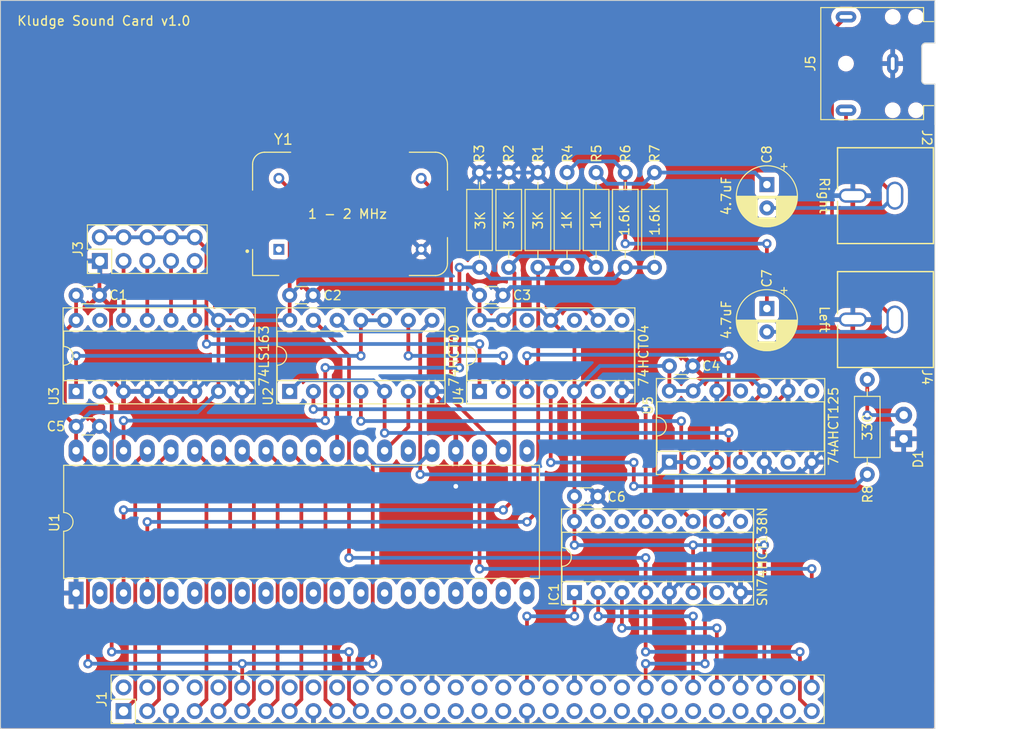
<source format=kicad_pcb>
(kicad_pcb (version 20240108) (generator "pcbnew") (generator_version "8.0")
  (layers (0 "F.Cu" signal) (31 "B.Cu" signal) (34 "B.Paste" user) (35 "F.Paste" user) (36 "B.SilkS" user "B.Silkscreen") (37 "F.SilkS" user "F.Silkscreen") (38 "B.Mask" user) (39 "F.Mask" user) (44 "Edge.Cuts" user))
  (net 0 "")
  (net 1 "VCC")
  (net 2 "GND")
  (net 3 "Net-(D1-A)")
  (net 7 "WR")
  (net 10 "IO_EN")
  (net 16 "SYSCLK")
  (net 18 "/D6")
  (net 19 "/D4")
  (net 22 "/D1")
  (net 25 "Net-(IC1-Y2)")
  (net 29 "/A0")
  (net 30 "/D2")
  (net 32 "/D7")
  (net 34 "~{WAIT}")
  (net 35 "/D3")
  (net 36 "/D5")
  (net 45 "/D0")
  (net 52 "~{RESET}")
  (net 54 "Net-(J2-In)")
  (net 59 "BDIR")
  (net 62 "Net-(U1-OUTA)")
  (net 74 "BC1")
  (net 75 "Net-(U1-OUTC)")
  (net 78 "Net-(U1-OUTB)")
  (net 82 "Net-(IC1-Y5)")
  (net 83 "Net-(U2-Pad12)")
  (net 84 "~{WAIT_COUNTER_RESET}")
  (net 85 "RD")
  (net 86 "Net-(U2-Pad9)")
  (net 88 "/4WS")
  (net 89 "/2WS")
  (net 90 "Net-(IC1-Y4)")
  (net 91 "/1WS")
  (net 92 "/8WS")
  (net 93 "Net-(J3-Pin_10)")
  (net 101 "SOUND_CLK")
  (net 102 "Net-(C7-Pad1)")
  (net 103 "Net-(J4-In)")
  (net 104 "Net-(C8-Pad1)")
  (net 105 "Net-(R8-Pad2)")
  (footprint "Z80 Parts:LED_D3.0mm" (layer "F.Cu") (at 196.675 118.95 90)
    (property "Reference" "D1")
    (property "Value" "LED")
  )
  (footprint "Package_DIP:DIP-14_W7.62mm_Socket" (layer "F.Cu") (at 171.595 121.445 90)
    (property "Reference" "U5")
    (property "Value" "74AHCT125")
  )
  (footprint "Z80 Parts:AY-3-8910" (layer "F.Cu") (at 118.265 128.035 90)
    (property "Reference" "U1")
    (property "Value" "AY-3-8910")
  )
  (footprint "Capacitor_THT:CP_Radial_D6.3mm_P2.50mm" (layer "F.Cu") (at 182.030379 91.722621 -90)
    (property "Reference" "C8")
    (property "Value" "4.7 uF")
  )
  (footprint "Z80 Parts:OSC_ECS-100AX-018" (layer "F.Cu") (at 137.414 94.855)
    (property "Reference" "Y1")
    (property "Value" "ECS-2100AX-200")
  )
  (footprint "Resistor_THT:R_Axial_DIN0207_L6.3mm_D2.5mm_P10.16mm_Horizontal" (layer "F.Cu") (at 166.875 100.591 90)
    (property "Reference" "R6")
    (property "Value" "1.6K")
  )
  (footprint "Package_DIP:DIP-14_W7.62mm_Socket" (layer "F.Cu") (at 130.955 113.875 90)
    (property "Reference" "U2")
    (property "Value" "74HCT00")
  )
  (footprint "Z80 Parts:RCJ-04X_CUD" (layer "F.Cu") (at 195.729 92.905 -90)
    (property "Reference" "J2")
    (property "Value" "Right Channel")
  )
  (footprint "Package_DIP:DIP-16_W7.62mm_Socket" (layer "F.Cu") (at 161.435 135.415 90)
    (property "Reference" "IC1")
    (property "Value" "SN74HCT138N")
  )
  (footprint "Resistor_THT:R_Axial_DIN0207_L6.3mm_D2.5mm_P10.16mm_Horizontal" (layer "F.Cu") (at 151.275 90.431 -90)
    (property "Reference" "R3")
    (property "Value" "3K")
  )
  (footprint "Capacitor_THT:C_Disc_D3.0mm_W1.6mm_P2.50mm" (layer "F.Cu") (at 151.275 103.57)
    (property "Reference" "C3")
    (property "Value" "100 nF")
  )
  (footprint "Capacitor_THT:CP_Radial_D6.3mm_P2.50mm" (layer "F.Cu") (at 182.030379 104.992621 -90)
    (property "Reference" "C7")
    (property "Value" "4.7 uF")
  )
  (footprint "Connector_PinHeader_2.54mm:PinHeader_2x30_P2.54mm_Vertical" (layer "F.Cu") (at 113.175 148.115 90)
    (property "Reference" "J1")
    (property "Value" "Conn1")
  )
  (footprint "Package_DIP:DIP-16_W7.62mm_Socket" (layer "F.Cu") (at 108.095 113.875 90)
    (property "Reference" "U3")
    (property "Value" "74LS163")
  )
  (footprint "Capacitor_THT:C_Disc_D3.0mm_W1.6mm_P2.50mm" (layer "F.Cu") (at 171.595 111.145)
    (property "Reference" "C4")
    (property "Value" "100 nF")
  )
  (footprint "Resistor_THT:R_Axial_DIN0207_L6.3mm_D2.5mm_P10.16mm_Horizontal" (layer "F.Cu") (at 192.775 112.595 -90)
    (property "Reference" "R8")
    (property "Value" "330")
  )
  (footprint "Resistor_THT:R_Axial_DIN0207_L6.3mm_D2.5mm_P10.16mm_Horizontal" (layer "F.Cu") (at 157.525 90.431 -90)
    (property "Reference" "R1")
    (property "Value" "3K")
  )
  (footprint "Capacitor_THT:C_Disc_D3.0mm_W1.6mm_P2.50mm" (layer "F.Cu") (at 161.435 125.12)
    (property "Reference" "C6")
    (property "Value" "100 nF")
  )
  (footprint "Connector_PinHeader_2.54mm:PinHeader_2x05_P2.54mm_Vertical" (layer "F.Cu") (at 110.635 99.905 90)
    (property "Reference" "J3")
    (property "Value" "~{WAIT} State Select")
  )
  (footprint "Package_DIP:DIP-14_W7.62mm_Socket" (layer "F.Cu") (at 151.275 113.875 90)
    (property "Reference" "U4")
    (property "Value" "74HCT04")
  )
  (footprint "Z80 Parts:RCJ-04X_CUD" (layer "F.Cu") (at 195.729 106.175 -90)
    (property "Reference" "J4")
    (property "Value" "Left Channel")
  )
  (footprint "Capacitor_THT:C_Disc_D3.0mm_W1.6mm_P2.50mm" (layer "F.Cu") (at 130.955 103.57)
    (property "Reference" "C2")
    (property "Value" "100 nF")
  )
  (footprint "Resistor_THT:R_Axial_DIN0207_L6.3mm_D2.5mm_P10.16mm_Horizontal" (layer "F.Cu") (at 154.4 90.431 -90)
    (property "Reference" "R2")
    (property "Value" "3K")
  )
  (footprint "Capacitor_THT:C_Disc_D3.0mm_W1.6mm_P2.50mm" (layer "F.Cu") (at 108.095 103.57)
    (property "Reference" "C1")
    (property "Value" "100 nF")
  )
  (footprint "Z80 Parts:Jack_3.5mm_CUI_SJ1-3523N_Horizontal" (layer "F.Cu") (at 195.5 78.76 90)
    (property "Reference" "J5")
    (property "Value" "AudioJack3")
    (fp_line (start 1.8 3.1) (end -1.8 3.1) (stroke (width 0.12)) (layer "Edge.Cuts"))
    (fp_line (start 2.2 3.5) (end 2.2 4.5) (stroke (width 0.12)) (layer "Edge.Cuts"))
    (fp_line (start -2.2 3.5) (end -2.2 4.5) (stroke (width 0.12)) (layer "Edge.Cuts"))
    (fp_line (start 2.2 4.5) (end 6.5 4.5) (stroke (width 0.12)) (layer "Edge.Cuts"))
    (fp_line (start -2.2 4.5) (end -6.5 4.5) (stroke (width 0.12)) (layer "Edge.Cuts"))
    (fp_arc (start 1.8 3.1) (mid 2.082843 3.217157) (end 2.2 3.5) (stroke (width 0.12)) (layer "Edge.Cuts"))
    (fp_arc (start -2.2 3.5) (mid -2.082842 3.217158) (end -1.8 3.1) (stroke (width 0.12)) (layer "Edge.Cuts"))
  )
  (footprint "Resistor_THT:R_Axial_DIN0207_L6.3mm_D2.5mm_P10.16mm_Horizontal" (layer "F.Cu") (at 170 100.591 90)
    (property "Reference" "R7")
    (property "Value" "1.6K")
  )
  (footprint "Resistor_THT:R_Axial_DIN0207_L6.3mm_D2.5mm_P10.16mm_Horizontal" (layer "F.Cu") (at 163.75 100.591 90)
    (property "Reference" "R5")
    (property "Value" "1K")
  )
  (footprint "Resistor_THT:R_Axial_DIN0207_L6.3mm_D2.5mm_P10.16mm_Horizontal" (layer "F.Cu") (at 160.639 100.591 90)
    (property "Reference" "R4")
    (property "Value" "1K")
  )
  (footprint "Capacitor_THT:C_Disc_D3.0mm_W1.6mm_P2.50mm" (layer "F.Cu") (at 108.095 117.62)
    (property "Reference" "C5")
    (property "Value" "100 nF")
  )
  (gr_line (start 200 85.26) (end 200 150) (stroke (width 0.1)) (layer "Edge.Cuts"))
  (gr_line (start 200 72.26) (end 200 72) (stroke (width 0.1)) (layer "Edge.Cuts"))
  (gr_line (start 100 72) (end 100 150) (stroke (width 0.1)) (layer "Edge.Cuts"))
  (gr_line (start 100 150) (end 200 150) (stroke (width 0.1)) (layer "Edge.Cuts"))
  (gr_line (start 100 72) (end 200 72) (stroke (width 0.1)) (layer "Edge.Cuts"))
  (gr_text "3K" (at 158.125 96.625 90) (layer "F.SilkS") (effects (font (size 1 1)) (justify left bottom)))
  (gr_text "1K" (at 164.325 96.575 90) (layer "F.SilkS") (effects (font (size 1 1)) (justify left bottom)))
  (gr_text "4.7uF" (at 178.275 108.371429 90) (layer "F.SilkS") (effects (font (size 1 1)) (justify left bottom)))
  (gr_text "Kludge Sound Card v1.0" (at 101.7 74.775 0) (layer "F.SilkS") (effects (font (size 1 1)) (justify left bottom)))
  (gr_text "1K" (at 161.2 96.6 90) (layer "F.SilkS") (effects (font (size 1 1)) (justify left bottom)))
  (gr_text "74HCT00" (at 149.125 113.45 90) (layer "F.SilkS") (effects (font (size 1 1)) (justify left bottom)))
  (gr_text "Right" (at 187.6 90.851429 -90) (layer "F.SilkS") (effects (font (size 1 1)) (justify left bottom)))
  (gr_text "3K" (at 155.025 96.6 90) (layer "F.SilkS") (effects (font (size 1 1)) (justify left bottom)))
  (gr_text "74LS163" (at 128.8 113.425 90) (layer "F.SilkS") (effects (font (size 1 1)) (justify left bottom)))
  (gr_text "1.6K" (at 167.375 97.325 90) (layer "F.SilkS") (effects (font (size 1 1)) (justify left bottom)))
  (gr_text "1.6K" (at 170.625 97.3 90) (layer "F.SilkS") (effects (font (size 1 1)) (justify left bottom)))
  (gr_text "SN74HCT138N" (at 182.125 136.975 90) (layer "F.SilkS") (effects (font (size 1 1)) (justify left bottom)))
  (gr_text "Left\n" (at 187.6 104.645238 270) (layer "F.SilkS") (effects (font (size 1 1)) (justify left bottom)))
  (gr_text "74AHCT125" (at 189.75 121.925 90) (layer "F.SilkS") (effects (font (size 1 1)) (justify left bottom)))
  (gr_text "330" (at 193.37675 119.228572 90) (layer "F.SilkS") (effects (font (size 1 1)) (justify left bottom)))
  (gr_text "4.7uF" (at 178.275 95.101429 90) (layer "F.SilkS") (effects (font (size 1 1)) (justify left bottom)))
  (gr_text "74HCT04" (at 169.425 113.45 90) (layer "F.SilkS") (effects (font (size 1 1)) (justify left bottom)))
  (gr_text "1 - 2 MHz" (at 132.827214 95.45675 0) (layer "F.SilkS") (effects (font (size 1 1)) (justify left bottom)))
  (gr_text "3K" (at 151.95 96.625 90) (layer "F.SilkS") (effects (font (size 1 1)) (justify left bottom)))
  (segment (start 174.135 130.335) (end 174.135 135.415) (width 0.4) (layer "F.Cu") (net 1))
  (segment (start 125.875 145.575) (end 125.875 143.035) (width 0.4) (layer "F.Cu") (net 1))
  (segment (start 108.095 117.62) (end 108.095 120.225) (width 0.4) (layer "F.Cu") (net 1))
  (segment (start 179.215 121.445) (end 179.215 116.365) (width 0.4) (layer "F.Cu") (net 1))
  (segment (start 151.275 106.255) (end 151.275 103.57) (width 0.4) (layer "F.Cu") (net 1))
  (segment (start 130.955 106.255) (end 130.955 103.57) (width 0.4) (layer "F.Cu") (net 1))
  (segment (start 161.435 108.795) (end 158.895 106.255) (width 0.4) (layer "F.Cu") (net 1))
  (segment (start 108.095 117.62) (end 106.895 116.42) (width 0.4) (layer "F.Cu") (net 1))
  (segment (start 161.435 125.12) (end 161.435 127.795) (width 0.4) (layer "F.Cu") (net 1))
  (segment (start 108.095 103.57) (end 108.095 106.255) (width 0.4) (layer "F.Cu") (net 1))
  (segment (start 181.755 130.335) (end 181.755 145.575) (width 0.4) (layer "F.Cu") (net 1))
  (segment (start 139.845 121.495) (end 138.575 120.225) (width 0.4) (layer "F.Cu") (net 1))
  (segment (start 123.335 113.875) (end 123.335 106.255) (width 0.4) (layer "F.Cu") (net 1))
  (segment (start 171.595 113.825) (end 171.595 111.145) (width 0.4) (layer "F.Cu") (net 1))
  (segment (start 109.365 143.035) (end 109.365 121.495) (width 0.4) (layer "F.Cu") (net 1))
  (segment (start 161.435 113.875) (end 161.435 125.12) (width 0.4) (layer "F.Cu") (net 1))
  (segment (start 130.955 103.57) (end 130.955 92.206) (width 0.4) (layer "F.Cu") (net 1))
  (segment (start 139.845 143.035) (end 139.845 121.495) (width 0.4) (layer "F.Cu") (net 1))
  (segment (start 179.215 116.365) (end 181.755 113.825) (width 0.4) (layer "F.Cu") (net 1))
  (segment (start 109.365 121.495) (end 108.095 120.225) (width 0.4) (layer "F.Cu") (net 1))
  (segment (start 161.435 113.875) (end 161.435 108.795) (width 0.4) (layer "F.Cu") (net 1))
  (segment (start 106.895 107.455) (end 108.095 106.255) (width 0.4) (layer "F.Cu") (net 1))
  (segment (start 161.435 130.335) (end 161.435 127.795) (width 0.4) (layer "F.Cu") (net 1))
  (segment (start 106.895 116.42) (end 106.895 107.455) (width 0.4) (layer "F.Cu") (net 1))
  (segment (start 130.955 92.206) (end 129.794 91.045) (width 0.4) (layer "F.Cu") (net 1))
  (via (at 125.875 143.035) (size 1) (drill 0.5) (layers "F.Cu" "B.Cu") (net 1))
  (via (at 139.845 143.035) (size 1) (drill 0.5) (layers "F.Cu" "B.Cu") (net 1))
  (via (at 174.135 130.335) (size 1) (drill 0.5) (layers "F.Cu" "B.Cu") (net 1))
  (via (at 161.435 130.335) (size 1) (drill 0.5) (layers "F.Cu" "B.Cu") (net 1))
  (via (at 181.755 130.335) (size 1) (drill 0.5) (layers "F.Cu" "B.Cu") (net 1))
  (via (at 109.365 143.035) (size 1) (drill 0.5) (layers "F.Cu" "B.Cu") (net 1))
  (segment (start 123.335 106.255) (end 125.875 106.255) (width 0.4) (layer "B.Cu") (net 1))
  (segment (start 157.695 105.055) (end 155.015 105.055) (width 0.4) (layer "B.Cu") (net 1))
  (segment (start 138.575 120.225) (end 140.175 121.825) (width 0.4) (layer "B.Cu") (net 1))
  (segment (start 109.365 143.035) (end 125.875 143.035) (width 0.4) (layer "B.Cu") (net 1))
  (segment (start 174.135 113.825) (end 175.335 112.625) (width 0.4) (layer "B.Cu") (net 1))
  (segment (start 153.815 106.255) (end 153.92 106.255) (width 0.4) (layer "B.Cu") (net 1))
  (segment (start 109.295 104.77) (end 108.095 103.57) (width 0.4) (layer "B.Cu") (net 1))
  (segment (start 130.955 103.57) (end 132.155 102.37) (width 0.4) (layer "B.Cu") (net 1))
  (segment (start 150.075 102.37) (end 151.275 103.57) (width 0.4) (layer "B.Cu") (net 1))
  (segment (start 121.11 116.1) (end 109.615 116.1) (width 0.4) (layer "B.Cu") (net 1))
  (segment (start 164.165 111.145) (end 171.595 111.145) (width 0.4) (layer "B.Cu") (net 1))
  (segment (start 158.895 106.255) (end 160.095 105.055) (width 0.4) (layer "B.Cu") (net 1))
  (segment (start 121.85 104.77) (end 109.295 104.77) (width 0.4) (layer "B.Cu") (net 1))
  (segment (start 175.335 112.625) (end 180.555 112.625) (width 0.4) (layer "B.Cu") (net 1))
  (segment (start 123.335 113.875) (end 121.11 116.1) (width 0.4) (layer "B.Cu") (net 1))
  (segment (start 140.175 121.825) (end 144.595 121.825) (width 0.4) (layer "B.Cu") (net 1))
  (segment (start 171.595 113.825) (end 174.135 113.825) (width 0.4) (layer "B.Cu") (net 1))
  (segment (start 151.275 106.255) (end 153.815 106.255) (width 0.4) (layer "B.Cu") (net 1))
  (segment (start 180.555 112.625) (end 181.755 113.825) (width 0.4) (layer "B.Cu") (net 1))
  (segment (start 161.435 113.875) (end 164.165 111.145) (width 0.4) (layer "B.Cu") (net 1))
  (segment (start 160.095 105.055) (end 162.775 105.055) (width 0.4) (layer "B.Cu") (net 1))
  (segment (start 144.595 121.825) (end 146.195 120.225) (width 0.4) (layer "B.Cu") (net 1))
  (segment (start 158.895 106.255) (end 157.695 105.055) (width 0.4) (layer "B.Cu") (net 1))
  (segment (start 155.015 105.055) (end 153.815 106.255) (width 0.4) (layer "B.Cu") (net 1))
  (segment (start 162.775 105.055) (end 163.975 106.255) (width 0.4) (layer "B.Cu") (net 1))
  (segment (start 181.755 130.335) (end 174.135 130.335) (width 0.4) (layer "B.Cu") (net 1))
  (segment (start 109.615 116.1) (end 108.095 117.62) (width 0.4) (layer "B.Cu") (net 1))
  (segment (start 139.845 143.035) (end 125.875 143.035) (width 0.4) (layer "B.Cu") (net 1))
  (segment (start 123.335 106.255) (end 121.85 104.77) (width 0.4) (layer "B.Cu") (net 1))
  (segment (start 125.875 106.255) (end 130.955 106.255) (width 0.4) (layer "B.Cu") (net 1))
  (segment (start 174.135 130.335) (end 161.435 130.335) (width 0.4) (layer "B.Cu") (net 1))
  (segment (start 132.155 102.37) (end 150.075 102.37) (width 0.4) (layer "B.Cu") (net 1))
  (segment (start 110.595 103.57) (end 110.595 99.945) (width 0.4) (layer "F.Cu") (net 2))
  (segment (start 152.975001 102.770001) (end 152.975001 91.855999) (width 0.4) (layer "F.Cu") (net 2))
  (segment (start 111.835 112.535) (end 113.175 113.875) (width 0.4) (layer "F.Cu") (net 2))
  (segment (start 179.215 145.575) (end 179.215 135.415) (width 0.4) (layer "F.Cu") (net 2))
  (segment (start 181.755 121.445) (end 181.755 116.365) (width 0.4) (layer "F.Cu") (net 2))
  (segment (start 153.775 103.57) (end 152.975001 102.770001) (width 0.4) (layer "F.Cu") (net 2))
  (segment (start 148.735 120.225) (end 148.735 116.415) (width 0.4) (layer "F.Cu") (net 2))
  (segment (start 148.735 124.035) (end 148.735 120.225) (width 0.4) (layer "F.Cu") (net 2))
  (segment (start 110.595 103.57) (end 111.835 104.81) (width 0.4) (layer "F.Cu") (net 2))
  (segment (start 110.595 99.945) (end 110.635 99.905) (width 0.4) (layer "F.Cu") (net 2))
  (segment (start 152.975001 91.855999) (end 154.4 90.431) (width 0.4) (layer "F.Cu") (net 2))
  (segment (start 148.735 116.415) (end 146.195 113.875) (width 0.4) (layer "F.Cu") (net 2))
  (segment (start 111.835 104.81) (end 111.835 112.535) (width 0.4) (layer "F.Cu") (net 2))
  (segment (start 181.755 116.365) (end 184.295 113.825) (width 0.4) (layer "F.Cu") (net 2))
  (via (at 148.735 124.035) (size 1) (drill 0.5) (layers "F.Cu" "B.Cu") (net 2))
  (segment (start 124.675 112.675) (end 125.875 113.875) (width 0.4) (layer "B.Cu") (net 2))
  (segment (start 157.525 90.431) (end 154.4 90.431) (width 0.4) (layer "B.Cu") (net 2))
  (segment (start 172.795 134.215) (end 178.015 134.215) (width 0.4) (layer "B.Cu") (net 2))
  (segment (start 181.755 121.445) (end 182.955 122.645) (width 0.4) (layer "B.Cu") (net 2))
  (segment (start 148.85 123.92) (end 162.735 123.92) (width 0.4) (layer "B.Cu") (net 2))
  (segment (start 121.995 112.675) (end 124.675 112.675) (width 0.4) (layer "B.Cu") (net 2))
  (segment (start 120.795 113.875) (end 121.995 112.675) (width 0.4) (layer "B.Cu") (net 2))
  (segment (start 145.034 98.665) (end 151.275 92.424) (width 0.4) (layer "B.Cu") (net 2))
  (segment (start 114.747944 124.035) (end 111.835 121.122056) (width 0.4) (layer "B.Cu") (net 2))
  (segment (start 151.275 92.424) (end 151.275 90.431) (width 0.4) (layer "B.Cu") (net 2))
  (segment (start 154.4 90.431) (end 151.275 90.431) (width 0.4) (layer "B.Cu") (net 2))
  (segment (start 189.33 118.95) (end 186.835 121.445) (width 0.4) (layer "B.Cu") (net 2))
  (segment (start 171.595 135.415) (end 172.795 134.215) (width 0.4) (layer "B.Cu") (net 2))
  (segment (start 120.795 113.875) (end 118.255 113.875) (width 0.4) (layer "B.Cu") (net 2))
  (segment (start 148.735 124.035) (end 148.85 123.92) (width 0.4) (layer "B.Cu") (net 2))
  (segment (start 111.835 121.122056) (end 111.835 118.86) (width 0.4) (layer "B.Cu") (net 2))
  (segment (start 115.715 113.875) (end 113.175 113.875) (width 0.4) (layer "B.Cu") (net 2))
  (segment (start 182.955 122.645) (end 185.635 122.645) (width 0.4) (layer "B.Cu") (net 2))
  (segment (start 178.015 134.215) (end 179.215 135.415) (width 0.4) (layer "B.Cu") (net 2))
  (segment (start 185.635 122.645) (end 186.835 121.445) (width 0.4) (layer "B.Cu") (net 2))
  (segment (start 118.255 113.875) (end 115.715 113.875) (width 0.4) (layer "B.Cu") (net 2))
  (segment (start 148.735 124.035) (end 114.747944 124.035) (width 0.4) (layer "B.Cu") (net 2))
  (segment (start 111.835 118.86) (end 110.595 117.62) (width 0.4) (layer "B.Cu") (net 2))
  (segment (start 162.735 123.92) (end 163.935 125.12) (width 0.4) (layer "B.Cu") (net 2))
  (segment (start 186.835 121.445) (end 187.03 121.445) (width 0.4) (layer "B.Cu") (net 2))
  (segment (start 196.675 118.95) (end 189.33 118.95) (width 0.4) (layer "B.Cu") (net 2))
  (segment (start 192.775 112.595) (end 192.775 116.41) (width 0.4) (layer "F.Cu") (net 3))
  (segment (start 192.775 112.595) (end 193.01 112.595) (width 0.4) (layer "F.Cu") (net 3))
  (via (at 192.775 116.41) (size 1) (drill 0.5) (layers "F.Cu" "B.Cu") (net 3))
  (segment (start 192.775 116.41) (end 196.675 116.41) (width 0.4) (layer "B.Cu") (net 3))
  (segment (start 163.975 137.955) (end 163.975 135.415) (width 0.4) (layer "F.Cu") (net 7))
  (segment (start 174.135 145.575) (end 174.135 137.955) (width 0.4) (layer "F.Cu") (net 7))
  (via (at 163.975 137.955) (size 1) (drill 0.5) (layers "F.Cu" "B.Cu") (net 7))
  (via (at 174.135 137.955) (size 1) (drill 0.5) (layers "F.Cu" "B.Cu") (net 7))
  (segment (start 163.975 137.955) (end 174.135 137.955) (width 0.4) (layer "B.Cu") (net 7))
  (segment (start 169.055 131.7) (end 169.055 135.415) (width 0.4) (layer "F.Cu") (net 10))
  (segment (start 169.055 141.765) (end 169.055 135.415) (width 0.4) (layer "F.Cu") (net 10))
  (segment (start 137.305 131.7) (end 137.305 110.065) (width 0.4) (layer "F.Cu") (net 10))
  (segment (start 137.305 110.065) (end 133.495 106.255) (width 0.4) (layer "F.Cu") (net 10))
  (segment (start 185.565 141.765) (end 185.565 146.845) (width 0.4) (layer "F.Cu") (net 10))
  (segment (start 185.565 146.845) (end 186.835 148.115) (width 0.4) (layer "F.Cu") (net 10))
  (via (at 137.305 131.7) (size 1) (drill 0.5) (layers "F.Cu" "B.Cu") (net 10))
  (via (at 169.055 131.7) (size 1) (drill 0.5) (layers "F.Cu" "B.Cu") (net 10))
  (via (at 185.565 141.765) (size 1) (drill 0.5) (layers "F.Cu" "B.Cu") (net 10))
  (via (at 169.055 141.765) (size 1) (drill 0.5) (layers "F.Cu" "B.Cu") (net 10))
  (segment (start 169.055 141.765) (end 185.565 141.765) (width 0.4) (layer "B.Cu") (net 10))
  (segment (start 169.055 131.7) (end 137.305 131.7) (width 0.4) (layer "B.Cu") (net 10))
  (segment (start 111.905 141.765) (end 111.905 115.145) (width 0.4) (layer "F.Cu") (net 16))
  (segment (start 137.305 141.765) (end 137.305 146.845) (width 0.4) (layer "F.Cu") (net 16))
  (segment (start 137.305 146.845) (end 138.575 148.115) (width 0.4) (layer "F.Cu") (net 16))
  (segment (start 111.905 115.145) (end 110.635 113.875) (width 0.4) (layer "F.Cu") (net 16))
  (via (at 137.305 141.765) (size 1) (drill 0.5) (layers "F.Cu" "B.Cu") (net 16))
  (via (at 111.905 141.765) (size 1) (drill 0.5) (layers "F.Cu" "B.Cu") (net 16))
  (segment (start 111.905 141.765) (end 137.305 141.765) (width 0.4) (layer "B.Cu") (net 16))
  (segment (start 130.955 148.115) (end 132.205 146.865) (width 0.4) (layer "F.Cu") (net 18))
  (segment (start 132.205 146.865) (end 132.205 121.475) (width 0.4) (layer "F.Cu") (net 18))
  (segment (start 132.205 121.475) (end 130.955 120.225) (width 0.4) (layer "F.Cu") (net 18))
  (segment (start 127.125 121.475) (end 125.875 120.225) (width 0.4) (layer "F.Cu") (net 19))
  (segment (start 125.875 148.115) (end 127.125 146.865) (width 0.4) (layer "F.Cu") (net 19))
  (segment (start 127.125 146.865) (end 127.125 121.475) (width 0.4) (layer "F.Cu") (net 19))
  (segment (start 116.965 146.865) (end 116.965 121.515) (width 0.4) (layer "F.Cu") (net 22))
  (segment (start 116.965 121.515) (end 118.255 120.225) (width 0.4) (layer "F.Cu") (net 22))
  (segment (start 115.715 148.115) (end 116.965 146.865) (width 0.4) (layer "F.Cu") (net 22))
  (segment (start 169.055 115.78) (end 169.055 127.795) (width 0.4) (layer "F.Cu") (net 25))
  (segment (start 133.495 115.78) (end 133.495 113.875) (width 0.4) (layer "F.Cu") (net 25))
  (via (at 133.495 115.78) (size 1) (drill 0.5) (layers "F.Cu" "B.Cu") (net 25))
  (via (at 169.055 115.78) (size 1) (drill 0.5) (layers "F.Cu" "B.Cu") (net 25))
  (segment (start 133.495 115.78) (end 169.055 115.78) (width 0.4) (layer "B.Cu") (net 25))
  (segment (start 156.355 137.955) (end 156.355 145.575) (width 0.4) (layer "F.Cu") (net 29))
  (segment (start 161.435 137.955) (end 161.435 135.415) (width 0.4) (layer "F.Cu") (net 29))
  (via (at 156.355 137.955) (size 1) (drill 0.5) (layers "F.Cu" "B.Cu") (net 29))
  (via (at 161.435 137.955) (size 1) (drill 0.5) (layers "F.Cu" "B.Cu") (net 29))
  (segment (start 156.355 137.955) (end 161.435 137.955) (width 0.4) (layer "B.Cu") (net 29))
  (segment (start 122.045 146.865) (end 122.045 121.475) (width 0.4) (layer "F.Cu") (net 30))
  (segment (start 122.045 121.475) (end 120.795 120.225) (width 0.4) (layer "F.Cu") (net 30))
  (segment (start 120.795 148.115) (end 122.045 146.865) (width 0.4) (layer "F.Cu") (net 30))
  (segment (start 136.035 148.115) (end 134.785 146.865) (width 0.4) (layer "F.Cu") (net 32))
  (segment (start 134.785 146.865) (end 134.785 121.515) (width 0.4) (layer "F.Cu") (net 32))
  (segment (start 134.785 121.515) (end 133.495 120.225) (width 0.4) (layer "F.Cu") (net 32))
  (segment (start 176.675 115.522057) (end 177.945 114.252057) (width 0.4) (layer "F.Cu") (net 34))
  (segment (start 175.405 143.035) (end 175.405 122.715) (width 0.4) (layer "F.Cu") (net 34))
  (segment (start 156.355 110.065) (end 156.355 113.875) (width 0.4) (layer "F.Cu") (net 34))
  (segment (start 175.405 122.715) (end 176.675 121.445) (width 0.4) (layer "F.Cu") (net 34))
  (segment (start 177.945 114.252057) (end 177.945 110.065) (width 0.4) (layer "F.Cu") (net 34))
  (segment (start 169.055 143.035) (end 169.055 145.575) (width 0.4) (layer "F.Cu") (net 34))
  (segment (start 176.675 121.445) (end 176.675 115.522057) (width 0.4) (layer "F.Cu") (net 34))
  (via (at 175.405 143.035) (size 1) (drill 0.5) (layers "F.Cu" "B.Cu") (net 34))
  (via (at 169.055 143.035) (size 1) (drill 0.5) (layers "F.Cu" "B.Cu") (net 34))
  (via (at 177.945 110.065) (size 1) (drill 0.5) (layers "F.Cu" "B.Cu") (net 34))
  (via (at 156.355 110.065) (size 1) (drill 0.5) (layers "F.Cu" "B.Cu") (net 34))
  (segment (start 169.055 143.035) (end 175.405 143.035) (width 0.4) (layer "B.Cu") (net 34))
  (segment (start 177.825 109.945) (end 156.475 109.945) (width 0.4) (layer "B.Cu") (net 34))
  (segment (start 156.475 109.945) (end 156.355 110.065) (width 0.4) (layer "B.Cu") (net 34))
  (segment (start 177.945 110.065) (end 177.825 109.945) (width 0.4) (layer "B.Cu") (net 34))
  (segment (start 124.585 146.865) (end 124.585 121.475) (width 0.4) (layer "F.Cu") (net 35))
  (segment (start 124.585 121.475) (end 123.335 120.225) (width 0.4) (layer "F.Cu") (net 35))
  (segment (start 123.335 148.115) (end 124.585 146.865) (width 0.4) (layer "F.Cu") (net 35))
  (segment (start 128.415 148.115) (end 129.665 146.865) (width 0.4) (layer "F.Cu") (net 36))
  (segment (start 129.665 146.865) (end 129.665 121.475) (width 0.4) (layer "F.Cu") (net 36))
  (segment (start 129.665 121.475) (end 128.415 120.225) (width 0.4) (layer "F.Cu") (net 36))
  (segment (start 113.175 148.115) (end 114.425 146.865) (width 0.4) (layer "F.Cu") (net 45))
  (segment (start 114.425 146.865) (end 114.425 121.515) (width 0.4) (layer "F.Cu") (net 45))
  (segment (start 114.425 121.515) (end 115.715 120.225) (width 0.4) (layer "F.Cu") (net 45))
  (segment (start 151.275 132.875) (end 151.275 120.225) (width 0.4) (layer "F.Cu") (net 52))
  (segment (start 186.835 132.875) (end 186.835 145.575) (width 0.4) (layer "F.Cu") (net 52))
  (via (at 186.835 132.875) (size 1) (drill 0.5) (layers "F.Cu" "B.Cu") (net 52))
  (via (at 151.275 132.875) (size 1) (drill 0.5) (layers "F.Cu" "B.Cu") (net 52))
  (segment (start 151.275 132.875) (end 186.835 132.875) (width 0.4) (layer "B.Cu") (net 52))
  (segment (start 190.5 83.76) (end 190.5 87.676) (width 0.4) (layer "F.Cu") (net 54))
  (segment (start 190.5 87.676) (end 195.729 92.905) (width 0.4) (layer "F.Cu") (net 54))
  (segment (start 194.411379 94.222621) (end 195.729 92.905) (width 0.4) (layer "B.Cu") (net 54))
  (segment (start 194.411379 94.222621) (end 182.030379 94.222621) (width 0.4) (layer "B.Cu") (net 54))
  (segment (start 141.115 120.225) (end 143.655 117.685) (width 0.4) (layer "F.Cu") (net 59))
  (segment (start 143.655 117.685) (end 143.655 113.875) (width 0.4) (layer "F.Cu") (net 59))
  (segment (start 157.555 100.621) (end 157.525 100.591) (width 0.4) (layer "F.Cu") (net 62))
  (segment (start 115.715 135.465) (end 115.715 127.845) (width 0.4) (layer "F.Cu") (net 62))
  (segment (start 156.355 127.845) (end 157.555 126.645) (width 0.4) (layer "F.Cu") (net 62))
  (segment (start 157.555 126.645) (end 157.555 100.621) (width 0.4) (layer "F.Cu") (net 62))
  (via (at 156.355 127.845) (size 1) (drill 0.5) (layers "F.Cu" "B.Cu") (net 62))
  (via (at 115.715 127.845) (size 1) (drill 0.5) (layers "F.Cu" "B.Cu") (net 62))
  (segment (start 157.525 100.591) (end 160.639 100.591) (width 0.4) (layer "B.Cu") (net 62))
  (segment (start 115.715 127.845) (end 156.355 127.845) (width 0.4) (layer "B.Cu") (net 62))
  (segment (start 136.035 120.225) (end 136.035 113.875) (width 0.4) (layer "F.Cu") (net 74))
  (segment (start 134.765 117) (end 134.765 111.335) (width 0.4) (layer "F.Cu") (net 75))
  (segment (start 149.123 111.335) (end 149.123 100.591) (width 0.4) (layer "F.Cu") (net 75))
  (segment (start 113.175 120.225) (end 113.175 117) (width 0.4) (layer "F.Cu") (net 75))
  (via (at 149.123 100.591) (size 1) (drill 0.5) (layers "F.Cu" "B.Cu") (net 75))
  (via (at 113.175 117) (size 1) (drill 0.5) (layers "F.Cu" "B.Cu") (net 75))
  (via (at 134.765 117) (size 1) (drill 0.5) (layers "F.Cu" "B.Cu") (net 75))
  (via (at 149.123 111.335) (size 1) (drill 0.5) (layers "F.Cu" "B.Cu") (net 75))
  (via (at 134.765 111.335) (size 1) (drill 0.5) (layers "F.Cu" "B.Cu") (net 75))
  (segment (start 149.123 100.591) (end 151.275 100.591) (width 0.4) (layer "B.Cu") (net 75))
  (segment (start 134.765 111.335) (end 149.123 111.335) (width 0.4) (layer "B.Cu") (net 75))
  (segment (start 152.475 101.791) (end 165.675 101.791) (width 0.4) (layer "B.Cu") (net 75))
  (segment (start 151.275 100.591) (end 152.475 101.791) (width 0.4) (layer "B.Cu") (net 75))
  (segment (start 113.175 117) (end 134.765 117) (width 0.4) (layer "B.Cu") (net 75))
  (segment (start 165.675 101.791) (end 166.875 100.591) (width 0.4) (layer "B.Cu") (net 75))
  (segment (start 166.875 100.591) (end 170 100.591) (width 0.4) (layer "B.Cu") (net 75))
  (segment (start 153.815 126.575) (end 155.015 125.375) (width 0.4) (layer "F.Cu") (net 78))
  (segment (start 155.015 101.206) (end 154.4 100.591) (width 0.4) (layer "F.Cu") (net 78))
  (segment (start 113.175 126.575) (end 113.175 135.465) (width 0.4) (layer "F.Cu") (net 78))
  (segment (start 155.015 125.375) (end 155.015 101.206) (width 0.4) (layer "F.Cu") (net 78))
  (via (at 153.815 126.575) (size 1) (drill 0.5) (layers "F.Cu" "B.Cu") (net 78))
  (via (at 113.175 126.575) (size 1) (drill 0.5) (layers "F.Cu" "B.Cu") (net 78))
  (segment (start 153.815 126.575) (end 113.175 126.575) (width 0.4) (layer "B.Cu") (net 78))
  (segment (start 155.6 99.391) (end 162.55 99.391) (width 0.4) (layer "B.Cu") (net 78))
  (segment (start 154.4 100.591) (end 155.6 99.391) (width 0.4) (layer "B.Cu") (net 78))
  (segment (start 162.55 99.391) (end 163.75 100.591) (width 0.4) (layer "B.Cu") (net 78))
  (segment (start 177.945 118.32) (end 177.945 126.525) (width 0.4) (layer "F.Cu") (net 82))
  (segment (start 178.015 118.39) (end 177.945 118.32) (width 0.4) (layer "F.Cu") (net 82))
  (segment (start 141.115 113.875) (end 141.115 118.32) (width 0.4) (layer "F.Cu") (net 82))
  (segment (start 177.945 126.525) (end 176.675 127.795) (width 0.4) (layer "F.Cu") (net 82))
  (via (at 177.945 118.32) (size 1) (drill 0.5) (layers "F.Cu" "B.Cu") (net 82))
  (via (at 141.115 118.32) (size 1) (drill 0.5) (layers "F.Cu" "B.Cu") (net 82))
  (segment (start 141.115 113.875) (end 139.915 112.675) (width 0.4) (layer "B.Cu") (net 82))
  (segment (start 132.155 112.675) (end 130.955 113.875) (width 0.4) (layer "B.Cu") (net 82))
  (segment (start 141.115 118.32) (end 177.945 118.32) (width 0.4) (layer "B.Cu") (net 82))
  (segment (start 139.915 112.675) (end 132.155 112.675) (width 0.4) (layer "B.Cu") (net 82))
  (segment (start 144.925 107.525) (end 146.195 106.255) (width 0.4) (layer "F.Cu") (net 83))
  (segment (start 144.925 122.765) (end 144.925 107.525) (width 0.4) (layer "F.Cu") (net 83))
  (via (at 144.925 122.765) (size 1) (drill 0.5) (layers "F.Cu" "B.Cu") (net 83))
  (segment (start 136.035 106.255) (end 137.235 107.455) (width 0.4) (layer "B.Cu") (net 83))
  (segment (start 137.235 107.455) (end 144.995 107.455) (width 0.4) (layer "B.Cu") (net 83))
  (segment (start 170.275 122.765) (end 171.595 121.445) (width 0.4) (layer "B.Cu") (net 83))
  (segment (start 171.595 121.445) (end 174.135 121.445) (width 0.4) (layer "B.Cu") (net 83))
  (segment (start 144.995 107.455) (end 146.195 106.255) (width 0.4) (layer "B.Cu") (net 83))
  (segment (start 144.925 122.765) (end 170.275 122.765) (width 0.4) (layer "B.Cu") (net 83))
  (segment (start 138.575 106.255) (end 138.575 110.065) (width 0.4) (layer "F.Cu") (net 84))
  (segment (start 108.095 110.065) (end 108.095 113.875) (width 0.4) (layer "F.Cu") (net 84))
  (via (at 108.095 110.065) (size 1) (drill 0.5) (layers "F.Cu" "B.Cu") (net 84))
  (via (at 138.575 110.065) (size 1) (drill 0.5) (layers "F.Cu" "B.Cu") (net 84))
  (segment (start 138.575 106.255) (end 141.115 106.255) (width 0.4) (layer "B.Cu") (net 84))
  (segment (start 138.575 110.065) (end 108.095 110.065) (width 0.4) (layer "B.Cu") (net 84))
  (segment (start 166.515 135.415) (end 166.515 139.225) (width 0.4) (layer "F.Cu") (net 85))
  (segment (start 176.675 139.225) (end 176.675 145.575) (width 0.4) (layer "F.Cu") (net 85))
  (via (at 176.675 139.225) (size 1) (drill 0.5) (layers "F.Cu" "B.Cu") (net 85))
  (via (at 166.515 139.225) (size 1) (drill 0.5) (layers "F.Cu" "B.Cu") (net 85))
  (segment (start 166.515 139.225) (end 176.675 139.225) (width 0.4) (layer "B.Cu") (net 85))
  (segment (start 153.815 113.875) (end 153.815 110.065) (width 0.4) (layer "F.Cu") (net 86))
  (segment (start 143.655 106.255) (end 143.655 110.065) (width 0.4) (layer "F.Cu") (net 86))
  (via (at 143.655 110.065) (size 1) (drill 0.5) (layers "F.Cu" "B.Cu") (net 86))
  (via (at 153.815 110.065) (size 1) (drill 0.5) (layers "F.Cu" "B.Cu") (net 86))
  (segment (start 143.655 110.065) (end 153.815 110.065) (width 0.4) (layer "B.Cu") (net 86))
  (segment (start 118.255 99.905) (end 118.255 106.255) (width 0.4) (layer "F.Cu") (net 88))
  (segment (start 115.715 106.255) (end 115.715 99.905) (width 0.4) (layer "F.Cu") (net 89))
  (segment (start 172.865 117.05) (end 172.865 126.525) (width 0.4) (layer "F.Cu") (net 90))
  (segment (start 172.795 117.12) (end 172.865 117.05) (width 0.4) (layer "F.Cu") (net 90))
  (segment (start 138.575 117.05) (end 138.575 113.875) (width 0.4) (layer "F.Cu") (net 90))
  (segment (start 172.865 126.525) (end 174.135 127.795) (width 0.4) (layer "F.Cu") (net 90))
  (via (at 138.575 117.05) (size 1) (drill 0.5) (layers "F.Cu" "B.Cu") (net 90))
  (via (at 172.865 117.05) (size 1) (drill 0.5) (layers "F.Cu" "B.Cu") (net 90))
  (segment (start 138.575 117.05) (end 172.865 117.05) (width 0.4) (layer "B.Cu") (net 90))
  (segment (start 113.175 99.905) (end 113.175 106.255) (width 0.4) (layer "F.Cu") (net 91))
  (segment (start 120.795 106.255) (end 120.795 99.905) (width 0.4) (layer "F.Cu") (net 92))
  (segment (start 120.795 97.365) (end 122.045 98.615) (width 0.4) (layer "F.Cu") (net 93))
  (segment (start 122.045 98.615) (end 122.045 108.775) (width 0.4) (layer "F.Cu") (net 93))
  (segment (start 122.045 108.775) (end 122.065 108.795) (width 0.4) (layer "F.Cu") (net 93))
  (segment (start 151.275 108.795) (end 151.275 113.875) (width 0.4) (layer "F.Cu") (net 93))
  (via (at 151.275 108.795) (size 1) (drill 0.5) (layers "F.Cu" "B.Cu") (net 93))
  (via (at 122.065 108.795) (size 1) (drill 0.5) (layers "F.Cu" "B.Cu") (net 93))
  (segment (start 115.715 97.365) (end 118.255 97.365) (width 0.4) (layer "B.Cu") (net 93))
  (segment (start 118.255 97.365) (end 120.795 97.365) (width 0.4) (layer "B.Cu") (net 93))
  (segment (start 110.635 97.365) (end 113.175 97.365) (width 0.4) (layer "B.Cu") (net 93))
  (segment (start 113.175 97.365) (end 115.715 97.365) (width 0.4) (layer "B.Cu") (net 93))
  (segment (start 151.275 108.795) (end 122.065 108.795) (width 0.4) (layer "B.Cu") (net 93))
  (segment (start 148.223 114.633) (end 153.815 120.225) (width 0.4) (layer "F.Cu") (net 101))
  (segment (start 145.034 91.045) (end 148.223 94.234) (width 0.4) (layer "F.Cu") (net 101))
  (segment (start 148.223 94.234) (end 148.223 114.633) (width 0.4) (layer "F.Cu") (net 101))
  (segment (start 166.875 98.051) (end 166.875 90.431) (width 0.4) (layer "F.Cu") (net 102))
  (segment (start 181.436621 104.992621) (end 182.030379 104.992621) (width 0.4) (layer "F.Cu") (net 102))
  (segment (start 182.030379 98.051) (end 182.030379 104.992621) (width 0.4) (layer "F.Cu") (net 102))
  (via (at 182.030379 98.051) (size 1) (drill 0.5) (layers "F.Cu" "B.Cu") (net 102))
  (via (at 166.875 98.051) (size 1) (drill 0.5) (layers "F.Cu" "B.Cu") (net 102))
  (segment (start 161.839 89.231) (end 165.675 89.231) (width 0.4) (layer "B.Cu") (net 102))
  (segment (start 165.675 89.231) (end 166.875 90.431) (width 0.4) (layer "B.Cu") (net 102))
  (segment (start 160.639 90.431) (end 161.839 89.231) (width 0.4) (layer "B.Cu") (net 102))
  (segment (start 166.875 98.051) (end 182.030379 98.051) (width 0.4) (layer "B.Cu") (net 102))
  (segment (start 195.729 106.175) (end 189 99.446) (width 0.4) (layer "F.Cu") (net 103))
  (segment (start 189 99.446) (end 189 75.26) (width 0.4) (layer "F.Cu") (net 103))
  (segment (start 189 75.26) (end 190.5 73.76) (width 0.4) (layer "F.Cu") (net 103))
  (segment (start 194.411379 107.492621) (end 182.030379 107.492621) (width 0.4) (layer "B.Cu") (net 103))
  (segment (start 194.411379 107.492621) (end 195.729 106.175) (width 0.4) (layer "B.Cu") (net 103))
  (segment (start 168.8 91.631) (end 170 90.431) (width 0.4) (layer "B.Cu") (net 104))
  (segment (start 180.738758 90.431) (end 182.030379 91.722621) (width 0.4) (layer "B.Cu") (net 104))
  (segment (start 164.95 91.631) (end 168.8 91.631) (width 0.4) (layer "B.Cu") (net 104))
  (segment (start 170 90.431) (end 180.738758 90.431) (width 0.4) (layer "B.Cu") (net 104))
  (segment (start 163.75 90.431) (end 164.95 91.631) (width 0.4) (layer "B.Cu") (net 104))
  (segment (start 158.895 113.875) (end 158.895 121.485) (width 0.4) (layer "F.Cu") (net 105))
  (segment (start 167.785 121.485) (end 167.785 124.025) (width 0.4) (layer "F.Cu") (net 105))
  (via (at 158.895 121.485) (size 1) (drill 0.5) (layers "F.Cu" "B.Cu") (net 105))
  (via (at 167.785 121.485) (size 1) (drill 0.5) (layers "F.Cu" "B.Cu") (net 105))
  (via (at 167.785 124.025) (size 1) (drill 0.5) (layers "F.Cu" "B.Cu") (net 105))
  (segment (start 167.785 124.025) (end 191.505 124.025) (width 0.4) (layer "B.Cu") (net 105))
  (segment (start 158.895 121.485) (end 167.785 121.485) (width 0.4) (layer "B.Cu") (net 105))
  (segment (start 191.505 124.025) (end 192.775 122.755) (width 0.4) (layer "B.Cu") (net 105))
  (zone (net 2) (net_name "GND") (layer "F.Cu") (connect_pads (clearance 0.5)) (min_thickness 0.25) (fill yes (thermal_gap 0.5) (thermal_bridge_width 0.5))
    (polygon (pts (xy 100 72) (xy 100.05 149.95) (xy 199.93 149.95) (xy 200 72.025)))
  )
  (zone (net 2) (net_name "GND") (layer "B.Cu") (connect_pads (clearance 0.5)) (min_thickness 0.25) (fill yes (thermal_gap 0.5) (thermal_bridge_width 0.5))
    (polygon (pts (xy 100 72) (xy 100.04 149.95) (xy 199.92 149.95) (xy 200 72)))
  )
)
</source>
